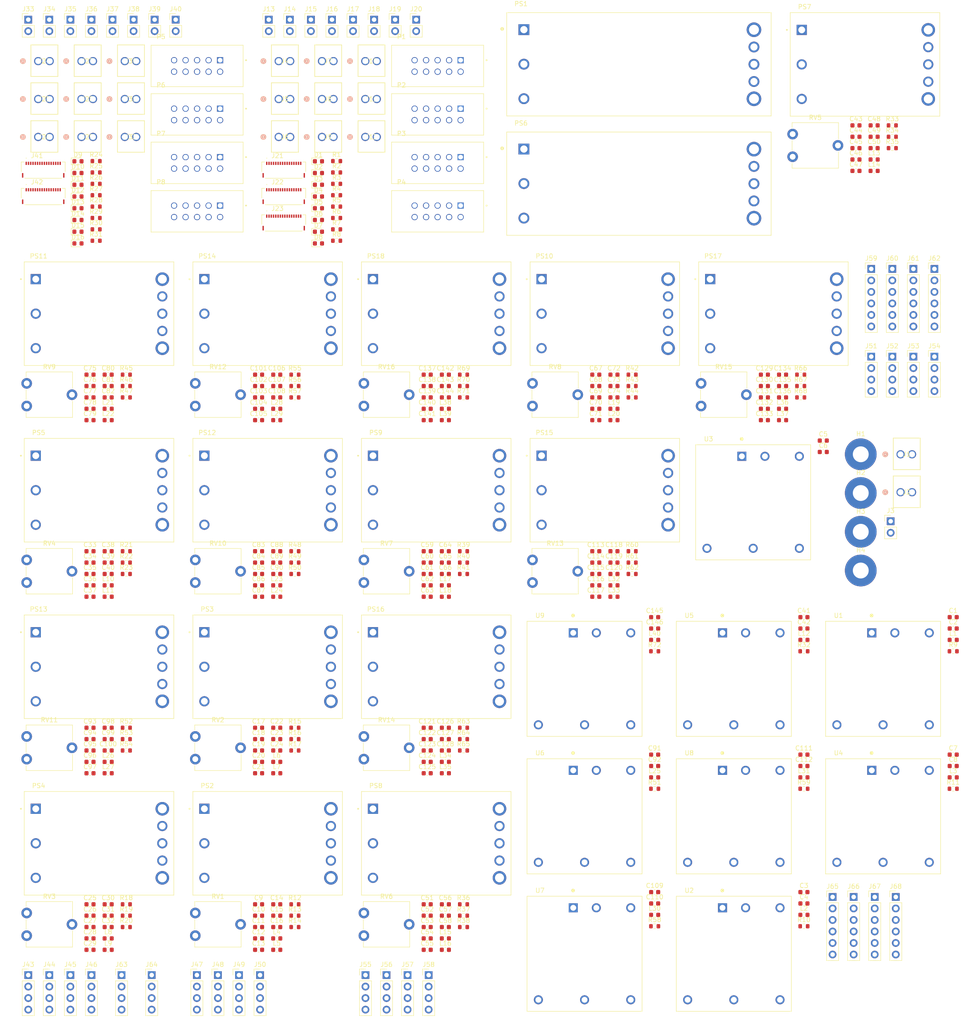
<source format=kicad_pcb>
(kicad_pcb (version 20221018) (generator pcbnew)
  (layers (0 "F.Cu" signal) (31 "B.Cu" signal) (34 "B.Paste" user) (35 "F.Paste" user) (36 "B.SilkS" user "B.Silkscreen") (37 "F.SilkS" user "F.Silkscreen") (38 "B.Mask" user) (39 "F.Mask" user) (44 "Edge.Cuts" user))
  (net 0 "")
  (net 1 "48V")
  (net 2 "GND")
  (net 3 "Net-(U1-+VIN)")
  (net 4 "Net-(U2-+VIN)")
  (net 5 "Net-(U4-+VIN)")
  (net 6 "Net-(PS2-VIN)")
  (net 7 "Net-(PS2-GND)")
  (net 8 "Net-(PS3-VIN)")
  (net 9 "Net-(PS3-GND)")
  (net 10 "Net-(PS4-VIN)")
  (net 11 "Net-(PS4-GND)")
  (net 12 "Net-(PS5-VIN)")
  (net 13 "Net-(PS5-GND)")
  (net 14 "Net-(PS7-VIN)")
  (net 15 "Net-(PS7-GND)")
  (net 16 "Net-(PS9-VIN)")
  (net 17 "Net-(PS11-VIN)")
  (net 18 "Net-(PS11-GND)")
  (net 19 "Net-(PS12-VIN)")
  (net 20 "Net-(PS12-GND)")
  (net 21 "Net-(PS13-VIN)")
  (net 22 "Net-(PS13-GND)")
  (net 23 "Net-(PS14-VIN)")
  (net 24 "Net-(PS15-VIN)")
  (net 25 "Net-(PS15-GND)")
  (net 26 "Net-(PS16-VIN)")
  (net 27 "Net-(PS16-GND)")
  (net 28 "Net-(PS17-VIN)")
  (net 29 "Net-(PS17-GND)")
  (net 30 "Net-(PS18-VIN)")
  (net 31 "Net-(PS18-GND)")
  (net 32 "/TxRFswMUXv1 board/+5V_1")
  (net 33 "/TxRFswMUXv1 board/+5V_2")
  (net 34 "/TxRFswMUXv1 board/+5V_3")
  (net 35 "/TxRFswMUXv1 board/+5V_4")
  (net 36 "/TxRFswMUXv1 board/EN_12V_FROM_5V")
  (net 37 "/TxRFswMUXv1 board/P1.1_VCTL2_SW1")
  (net 38 "/TxRFswMUXv1 board/P1.2_VCTL2_SW2")
  (net 39 "/TxRFswMUXv1 board/P1.3_VCTL1")
  (net 40 "/TxRFswMUXv1 board/P2.1_VCTL2_SW1")
  (net 41 "/TxRFswMUXv1 board/P2.3_VCTL1")
  (net 42 "/TxRFswMUXv1 board/P3.1_VCTL2_SW1")
  (net 43 "/TxRFswMUXv1 board/P3.3_VCTL1")
  (net 44 "/TxRFswMUXv1 board/P4.1_VCTL2_SW1")
  (net 45 "/TxRFswMUXv1 board/P4.3_VCTL1")
  (net 46 "/TxRFswMUXv1 board/TxPA1_5V_CTL")
  (net 47 "/TxRFswMUXv1 board/TxPA2_5V_CTL")
  (net 48 "/TxRFswMUXv1 board/TxPA3_5V_CTL")
  (net 49 "/TxRFswMUXv1 board/TxPA4_5V_CTL")
  (net 52 "/TxRFswMUXv1 board/TxPA1_8V_CTL")
  (net 53 "/TxRFswMUXv1 board/TxPA2_8V_CTL")
  (net 54 "/TxRFswMUXv1 board/TxPA3_8V_CTL")
  (net 55 "/TxRFswMUXv1 board/TxPA4_8V_CTL")
  (net 74 "/RxRFswMUXv1 board/EN_12V_FROM_5V")
  (net 75 "/RxRFswMUXv1 board/P1.1_VCTL2_SW1")
  (net 76 "/RxRFswMUXv1 board/P1.2_VCTL2_SW2")
  (net 77 "/RxRFswMUXv1 board/P1.3_VCTL1")
  (net 78 "/RxRFswMUXv1 board/P2.1_VCTL2_SW1")
  (net 79 "/RxRFswMUXv1 board/P2.3_VCTL1")
  (net 80 "/RxRFswMUXv1 board/P3.1_VCTL2_SW1")
  (net 81 "/RxRFswMUXv1 board/P3.3_VCTL1")
  (net 82 "/RxRFswMUXv1 board/P4.1_VCTL2_SW1")
  (net 83 "/RxRFswMUXv1 board/P4.3_VCTL1")
  (net 84 "+3.3V")
  (net 117 "+12V")
  (net 121 "Net-(PS2-TRIM)")
  (net 122 "Net-(PS3-TRIM)")
  (net 123 "Net-(PS4-TRIM)")
  (net 124 "Net-(PS5-TRIM)")
  (net 125 "Net-(PS7-TRIM)")
  (net 126 "Net-(PS11-TRIM)")
  (net 127 "Net-(PS12-TRIM)")
  (net 128 "Net-(PS13-TRIM)")
  (net 129 "Net-(PS15-TRIM)")
  (net 130 "Net-(PS16-TRIM)")
  (net 131 "Net-(PS17-TRIM)")
  (net 132 "Net-(PS18-TRIM)")
  (net 134 "/EN_3.3V_FROM_5V")
  (net 135 "Net-(U5-+VIN)")
  (net 136 "Net-(U7-+VIN)")
  (net 137 "Net-(PS9-GND)")
  (net 138 "Net-(PS10-VIN)")
  (net 139 "Net-(PS10-GND)")
  (net 140 "Net-(U8-+VIN)")
  (net 141 "Net-(PS14-GND)")
  (net 142 "Net-(U9-+VIN)")
  (net 143 "Net-(D1-K)")
  (net 144 "Net-(D2-K)")
  (net 145 "Net-(D3-K)")
  (net 146 "Net-(D4-K)")
  (net 147 "Net-(D5-K)")
  (net 148 "Net-(D6-K)")
  (net 149 "Net-(D7-K)")
  (net 150 "Net-(D8-K)")
  (net 151 "Net-(D9-K)")
  (net 152 "/RxRFswMUXv1 board/+5V_1")
  (net 153 "Net-(D10-K)")
  (net 154 "/RxRFswMUXv1 board/+5V_2")
  (net 155 "Net-(D11-K)")
  (net 156 "/RxRFswMUXv1 board/+5V_3")
  (net 157 "Net-(D12-K)")
  (net 158 "/RxRFswMUXv1 board/+5V_4")
  (net 159 "Net-(D13-K)")
  (net 160 "Net-(D14-K)")
  (net 161 "Net-(D15-K)")
  (net 162 "Net-(D16-K)")
  (net 163 "Net-(PS9-TRIM)")
  (net 164 "Net-(PS10-TRIM)")
  (net 165 "Net-(PS14-TRIM)")
  (net 166 "Net-(R12-Pad1)")
  (net 167 "Net-(R12-Pad2)")
  (net 168 "Net-(R15-Pad1)")
  (net 169 "Net-(R15-Pad2)")
  (net 170 "Net-(R18-Pad1)")
  (net 171 "Net-(R18-Pad2)")
  (net 172 "Net-(R21-Pad1)")
  (net 173 "Net-(R21-Pad2)")
  (net 174 "Net-(R33-Pad1)")
  (net 175 "Net-(R33-Pad2)")
  (net 176 "Net-(R36-Pad1)")
  (net 177 "Net-(R36-Pad2)")
  (net 178 "Net-(PS8-VIN)")
  (net 179 "Net-(PS8-GND)")
  (net 180 "Net-(U6-+VIN)")
  (net 181 "/RxRFswMUXv1 board/RxLNA1_5V_CTL")
  (net 182 "/RxRFswMUXv1 board/RxLNA2_5V_CTL")
  (net 183 "/RxRFswMUXv1 board/RxLNA3_5V_CTL")
  (net 184 "/RxRFswMUXv1 board/RxLNA4_5V_CTL")
  (net 187 "/RxRFswMUXv1 board/RxLNA1_8V_CTL")
  (net 188 "/RxRFswMUXv1 board/RxLNA2_8V_CTL")
  (net 189 "/RxRFswMUXv1 board/RxLNA3_8V_CTL")
  (net 190 "/RxRFswMUXv1 board/RxLNA4_8V_CTL")
  (net 196 "Net-(PS8-TRIM)")
  (net 197 "Net-(R39-Pad1)")
  (net 198 "Net-(R39-Pad2)")
  (net 199 "Net-(R42-Pad1)")
  (net 200 "Net-(R42-Pad2)")
  (net 201 "Net-(R45-Pad1)")
  (net 202 "Net-(R45-Pad2)")
  (net 203 "Net-(R48-Pad1)")
  (net 204 "Net-(R48-Pad2)")
  (net 205 "Net-(R52-Pad1)")
  (net 206 "Net-(R52-Pad2)")
  (net 207 "Net-(R55-Pad1)")
  (net 208 "Net-(R55-Pad2)")
  (net 209 "Net-(R60-Pad1)")
  (net 210 "Net-(R60-Pad2)")
  (net 211 "Net-(R63-Pad1)")
  (net 212 "Net-(R63-Pad2)")
  (net 213 "Net-(R66-Pad1)")
  (net 214 "Net-(R66-Pad2)")
  (net 215 "Net-(R69-Pad1)")
  (net 216 "Net-(R69-Pad2)")
  (net 217 "+48V")
  (net 218 "+5V")
  (net 219 "+24V")
  (net 220 "Net-(U1-TRIM)")
  (net 221 "Net-(U2-TRIM)")
  (net 222 "Net-(U4-TRIM)")
  (net 223 "Net-(U5-TRIM)")
  (net 224 "Net-(U6-TRIM)")
  (net 225 "Net-(U7-TRIM)")
  (net 226 "Net-(U8-TRIM)")
  (net 227 "Net-(U9-TRIM)")
  (net 236 "/TxRFswMUXv1 board/+8V_1")
  (net 237 "/TxRFswMUXv1 board/+8V_2")
  (net 238 "/TxRFswMUXv1 board/+8V_3")
  (net 239 "/TxRFswMUXv1 board/+8V_4")
  (net 240 "/RxRFswMUXv1 board/+8V_2")
  (net 241 "/RxRFswMUXv1 board/+8V_1")
  (net 242 "/RxRFswMUXv1 board/+8V_3")
  (net 243 "/RxRFswMUXv1 board/+8V_4")
  (net 244 "/TxBFN-16C/+6.5V_2")
  (net 245 "/TxBFN-16F/+6.5V_2")
  (net 246 "/RxBFN-16F/+6.5V_2")
  (net 247 "/RxBFN-16C/+6.5V_2")
  (net 248 "/TxBFN-16C/+6.5V_1")
  (net 249 "/TxBFN-16F/+6.5V_1")
  (net 250 "/RxBFN-16F/+6.5V_1")
  (net 251 "/RxBFN-16C/+6.5V_1")
  (net 252 "/TxBFN-16C/+6.5V_CTL_2")
  (net 253 "/TxBFN-16F/+6.5V_CTL_2")
  (net 254 "/RxBFN-16F/+6.5V_CTL_2")
  (net 255 "/RxBFN-16C/+6.5V_CTL_2")
  (net 256 "/TxBFN-16C/+6.5V_CTL_1")
  (net 257 "/TxBFN-16F/+6.5V_CTL_1")
  (net 258 "/RxBFN-16F/+6.5V_CTL_1")
  (net 259 "/RxBFN-16C/+6.5V_CTL_1")
  (net 260 "/Rx_AGC/+6.5V")
  (net 261 "/Tx_AGC/+6.5V")
  (footprint "Capacitor_SMD:C_0603_1608Metric" (layer "F.Cu") (at 97.25 227.495)
    (fp_text reference "C16")
    (fp_text value "330uf/63v")
  )
  (footprint "Capacitor_SMD:C_0603_1608Metric" (layer "F.Cu") (at 180.7 161.615)
    (fp_text reference "C146")
    (fp_text value "4.7uf/100v")
  )
  (footprint "Connector_PinHeader_2.54mm:PinHeader_1x06_P2.54mm_Vertical" (layer "F.Cu") (at 233.94 220.855)
    (fp_text reference "J68")
    (fp_text value "Conn_01x06_Pin")
  )
  (footprint "Capacitor_SMD:C_0603_1608Metric" (layer "F.Cu") (at 93.24 183.515)
    (fp_text reference "C17")
    (fp_text value "680uf/100v")
  )
  (footprint "Capacitor_SMD:C_0603_1608Metric" (layer "F.Cu") (at 225.15 55.605)
    (fp_text reference "C45")
    (fp_text value "4.7uf/100v")
  )
  (footprint "LED_SMD:LED_0603_1608Metric" (layer "F.Cu") (at 106.46 68.865)
    (fp_text reference "D5")
    (fp_text value "LED")
  )
  (footprint "BCRL_power_supply:CONN_OSTVN02A150_OST" (layer "F.Cu") (at 97.679724 53.132201)
    (fp_text reference "J6")
    (fp_text value "OSTVN02A150")
  )
  (footprint "MountingHole:MountingHole_3.5mm_Pad" (layer "F.Cu") (at 226.21 148.815)
    (fp_text reference "H4")
    (fp_text value "MountingHole")
  )
  (footprint "Connector_PinHeader_2.54mm:PinHeader_1x02_P2.54mm_Vertical" (layer "F.Cu") (at 114.09 27.245)
    (fp_text reference "J17")
    (fp_text value "Conn_01x02")
  )
  (footprint "Connector_PinHeader_2.54mm:PinHeader_1x04_P2.54mm_Vertical" (layer "F.Cu") (at 88.91 238.095)
    (fp_text reference "J49")
    (fp_text value "Conn_01x04_Pin")
  )
  (footprint "BCRL_power_supply:CONN_OSTVN02A150_OST" (layer "F.Cu") (at 54.129524 44.766201)
    (fp_text reference "J28")
    (fp_text value "OSTVN02A150")
  )
  (footprint "Connector_PinHeader_2.54mm:PinHeader_1x06_P2.54mm_Vertical" (layer "F.Cu") (at 237.83 82.255)
    (fp_text reference "J61")
    (fp_text value "Conn_01x06_Pin")
  )
  (footprint "Capacitor_SMD:C_0603_1608Metric" (layer "F.Cu") (at 56.01 105.595)
    (fp_text reference "C75")
    (fp_text value "680uf/100v")
  )
  (footprint "BCRL_power_supply:CONN_OSTVN02A150_OST" (layer "F.Cu") (at 97.679724 44.766201)
    (fp_text reference "J5")
    (fp_text value "OSTVN02A150")
  )
  (footprint "Resistor_SMD:R_0603_1608Metric" (layer "F.Cu") (at 110.47 65.995)
    (fp_text reference "R4")
    (fp_text value "1k")
  )
  (footprint "Capacitor_SMD:C_0603_1608Metric" (layer "F.Cu") (at 97.25 144.555)
    (fp_text reference "C88")
    (fp_text value "2.2nf/400vac")
  )
  (footprint "Capacitor_SMD:C_0603_1608Metric" (layer "F.Cu") (at 134.48 110.615)
    (fp_text reference "C144")
    (fp_text value "330uf/63v")
  )
  (footprint "Inductor_SMD:L_0603_1608Metric" (layer "F.Cu") (at 180.7 224.805)
    (fp_text reference "L30")
    (fp_text value "4.7uh/3.1a")
  )
  (footprint "Inductor_SMD:L_0603_1608Metric" (layer "F.Cu") (at 213.66 224.805)
    (fp_text reference "L2")
    (fp_text value "4.7uh/3.1a")
  )
  (footprint "BCRL_power_supply:CONN_OSTVN02A150_OST" (layer "F.Cu") (at 107.239524 36.400201)
    (fp_text reference "J7")
    (fp_text value "OSTVN02A150")
  )
  (footprint "BCRL_power_supply:CONV_PDQ10-Q48-S3-D" (layer "F.Cu") (at 202.45 133.76)
    (fp_text reference "U3")
    (fp_text value "PDQ10-Q48-S3-D")
  )
  (footprint "Inductor_SMD:L_0603_1608Metric" (layer "F.Cu") (at 97.25 193.555)
    (fp_text reference "L7")
    (fp_text value "2.2mh")
  )
  (footprint "Connector_PinHeader_2.54mm:PinHeader_1x02_P2.54mm_Vertical" (layer "F.Cu") (at 95.49 27.245)
    (fp_text reference "J13")
    (fp_text value "Conn_01x02")
  )
  (footprint "Capacitor_SMD:C_0603_1608Metric" (layer "F.Cu") (at 97.25 149.575)
    (fp_text reference "C90")
    (fp_text value "330uf/63v")
  )
  (footprint "Capacitor_SMD:C_0603_1608Metric" (layer "F.Cu") (at 246.62 191.955)
    (fp_text reference "C8")
    (fp_text value "4.7uf/100v")
  )
  (footprint "Connector_PinHeader_2.54mm:PinHeader_1x06_P2.54mm_Vertical" (layer "F.Cu") (at 219.99 220.855)
    (fp_text reference "J65")
    (fp_text value "Conn_01x06_Pin")
  )
  (footprint "Connector_PinHeader_2.54mm:PinHeader_1x02_P2.54mm_Vertical" (layer "F.Cu") (at 128.04 27.245)
    (fp_text reference "J20")
    (fp_text value "Conn_01x02")
  )
  (footprint "BCRL_power_supply:CONN_OSTVN02A150_OST" (layer "F.Cu") (at 44.569724 44.766201)
    (fp_text reference "J25")
    (fp_text value "OSTVN02A150")
  )
  (footprint "Capacitor_SMD:C_0603_1608Metric" (layer "F.Cu") (at 93.24 224.985)
    (fp_text reference "C10")
    (fp_text value "4.7uf/100v")
  )
  (footprint "Capacitor_SMD:C_0603_1608Metric" (layer "F.Cu") (at 93.24 191.045)
    (fp_text reference "C20")
    (fp_text value "4.7uf/100v")
  )
  (footprint "Capacitor_SMD:C_0603_1608Metric" (layer "F.Cu") (at 56.01 224.985)
    (fp_text reference "C26")
    (fp_text value "4.7uf/100v")
  )
  (footprint "Resistor_SMD:R_0603_1608Metric" (layer "F.Cu") (at 64.03 222.475)
    (fp_text reference "R18")
    (fp_text value "R")
  )
  (footprint "Capacitor_SMD:C_0603_1608Metric" (layer "F.Cu") (at 93.24 147.065)
    (fp_text reference "C84")
    (fp_text value "4.7uf/100v")
  )
  (footprint "Resistor_SMD:R_0603_1608Metric" (layer "F.Cu") (at 64.03 110.615)
    (fp_text reference "R47")
    (fp_text value "R")
  )
  (footprint "Capacitor_SMD:C_0603_1608Metric" (layer "F.Cu") (at 134.48 188.535)
    (fp_text reference "C128")
    (fp_text value "330uf/63v")
  )
  (footprint "Connector_PinHeader_2.54mm:PinHeader_1x02_P2.54mm_Vertical" (layer "F.Cu") (at 70.28 27.245)
    (fp_text reference "J39")
    (fp_text value "Conn_01x02")
  )
  (footprint "Capacitor_SMD:C_0603_1608Metric" (layer "F.Cu") (at 208.94 108.105)
    (fp_text reference "C135")
    (fp_text value "2.2nf/400vac")
  )
  (footprint "Inductor_SMD:L_0603_1608Metric" (layer "F.Cu") (at 97.25 232.515)
    (fp_text reference "L5")
    (fp_text value "2.2mh")
  )
  (footprint "Resistor_SMD:R_0603_1608Metric" (layer "F.Cu") (at 175.72 149.575)
    (fp_text reference "R62")
    (fp_text value "R")
  )
  (footprint "Capacitor_SMD:C_0603_1608Metric" (layer "F.Cu") (at 93.24 113.125)
    (fp_text reference "C104")
    (fp_text value "4.7uf/100v")
  )
  (footprint "Capacitor_SMD:C_0603_1608Metric" (layer "F.Cu") (at 167.7 152.085)
    (fp_text reference "C116")
    (fp_text value "4.7uf/100v")
  )
  (footprint "Capacitor_SMD:C_0603_1608Metric" (layer "F.Cu") (at 204.93 105.595)
    (fp_text reference "C129")
    (fp_text value "680uf/100v")
  )
  (footprint "Capacitor_SMD:C_0603_1608Metric" (layer "F.Cu") (at 167.7 115.635)
    (fp_text reference "C71")
    (fp_text value "4.7uf/100v")
  )
  (footprint "Resistor_SMD:R_0603_1608Metric" (layer "F.Cu") (at 246.62 166.635)
    (fp_text reference "R9")
    (fp_text value "3.4k")
  )
  (footprint "Capacitor_SMD:C_0603_1608Metric" (layer "F.Cu") (at 56.01 149.575)
    (fp_text reference "C35")
    (fp_text value "4.7uf/100v")
  )
  (footprint "Connector_PinHeader_2.54mm:PinHeader_1x04_P2.54mm_Vertical" (layer "F.Cu") (at 62.98 238.095)
    (fp_text reference "J63")
    (fp_text value "Conn_01x04_Pin")
  )
  (footprint "Capacitor_SMD:C_0603_1608Metric" (layer "F.Cu") (at 60.02 110.615)
    (fp_text reference "C82")
    (fp_text value "330uf/63v")
  )
  (footprint "Inductor_SMD:L_0603_1608Metric" (layer "F.Cu") (at 134.48 154.595)
    (fp_text reference "L18")
    (fp_text value "2.2mh")
  )
  (footprint "Capacitor_SMD:C_0603_1608Metric" (layer "F.Cu") (at 130.47 191.045)
    (fp_text reference "C124")
    (fp_text value "4.7uf/100v")
  )
  (footprint "Resistor_SMD:R_0603_1608Metric" (layer "F.Cu") (at 57.36 60.975)
    (fp_text reference "R25")
    (fp_text value "1k")
  )
  (footprint "BCRL_power_supply:CONV_PDQ10-Q48-S5-D" (layer "F.Cu") (at 165.22 172.72)
    (fp_text reference "U9")
    (fp_text value "PDQ10-Q48-S5-D")
  )
  (footprint "Resistor_SMD:R_0603_1608Metric" (layer "F.Cu") (at 101.26 186.025)
    (fp_text reference "R16")
    (fp_text value "R")
  )
  (footprint "Connector_PinHeader_2.54mm:PinHeader_1x04_P2.54mm_Vertical" (layer "F.Cu") (at 51.68 238.095)
    (fp_text reference "J45")
    (fp_text value "Conn_01x04_Pin")
  )
  (footprint "Resistor_SMD:R_0603_1608Metric" (layer "F.Cu") (at 110.47 68.505)
    (fp_text reference "R5")
    (fp_text value "1k")
  )
  (footprint "Connector_PinHeader_2.54mm:PinHeader_1x02_P2.54mm_Vertical" (layer "F.Cu") (at 60.98 27.245)
    (fp_text reference "J37")
    (fp_text value "Conn_01x02")
  )
  (footprint "Capacitor_SMD:C_0603_1608Metric" (layer "F.Cu") (at 130.47 188.535)
    (fp_text reference "C123")
    (fp_text value "4.7uf/100v")
  )
  (footprint "LED_SMD:LED_0603_1608Metric" (layer "F.Cu") (at 53.35 58.505)
    (fp_text reference "D9")
    (fp_text value "LED")
  )
  (footprint "Resistor_SMD:R_0603_1608Metric" (layer "F.Cu") (at 246.62 196.975)
    (fp_text reference "R11")
    (fp_text value "3.4k")
  )
  (footprint "Inductor_SMD:L_0603_1608Metric" (layer "F.Cu") (at 60.02 113.125)
    (fp_text reference "L21")
    (fp_text value "2.2mh")
  )
  (footprint "BCRL_power_supply:CONV_PQC50-48-S5-O" (layer "F.Cu") (at 206.925 92.135)
    (fp_text reference "PS17")
    (fp_text value "PQC50-48-S5-O")
  )
  (footprint "Capacitor_SMD:C_0603_1608Metric" (layer "F.Cu") (at 130.47 186.025)
    (fp_text reference "C122")
    (fp_text value "4.7uf/100v")
  )
  (footprint "BCRL_power_supply:TE_5104338-1" (layer "F.Cu") (at 84.74 46.891)
    (fp_text reference "P6")
    (fp_text value "5104338-1")
  )
  (footprint "Connector_PinHeader_2.54mm:PinHeader_1x04_P2.54mm_Vertical" (layer "F.Cu") (at 42.38 238.095)
    (fp_text reference "J43")
    (fp_text value "Conn_01x04_Pin")
  )
  (footprint "Inductor_SMD:L_0603_1608Metric" (layer "F.Cu") (at 171.71 154.595)
    (fp_text reference "L33")
    (fp_text value "2.2mh")
  )
  (footprint "Inductor_SMD:L_0603_1608Metric" (layer "F.Cu") (at 60.02 154.595)
    (fp_text reference "L11")
    (fp_text value "2.2mh")
  )
  (footprint "Capacitor_SMD:C_0603_1608Metric" (layer "F.Cu") (at 60.02 227.495)
    (fp_text reference "C32")
    (fp_text value "330uf/63v")
  )
  (footprint "BCRL_power_supply:CONV_PDQ10-Q48-S5-D" (layer "F.Cu") (at 165.22 233.4)
    (fp_text reference "U7")
    (fp_text value "PDQ10-Q48-S5-D")
  )
  (footprint "BCRL_power_supply:CONV_PQC50-48-S5-O" (layer "F.Cu") (at 132.465 131.095)
    (fp_text reference "PS9")
    (fp_text value "PQC50-48-S5-O")
  )
  (footprint "Capacitor_SMD:C_0603_1608Metric" (layer "F.Cu") (at 180.7 189.445)
    (fp_text reference "C91")
    (fp_text value "4.7uf/100v")
  )
  (footprint "Potentiometer_THT:Potentiometer_ACP_CA9-V10_Vertical" (layer "F.Cu") (at 153.72 151.475)
    (fp_text reference "RV13")
    (fp_text value "R_Potentiometer_Trim")
  )
  (footprint "Inductor_SMD:L_0603_1608Metric" (layer "F.Cu") (at 97.25 152.085)
    (fp_text reference "L23")
    (fp_text value "2.2mh")
  )
  (footprint "Capacitor_SMD:C_0603_1608Metric" (layer "F.Cu") (at 93.24 154.595)
    (fp_text reference "C87")
    (fp_text value "4.7uf/100v")
  )
  (footprint "Capacitor_SMD:C_0603_1608Metric" (layer "F.Cu") (at 93.24 193.555)
    (fp_text reference "C21")
    (fp_text value "4.7uf/100v")
  )
  (footprint "Inductor_SMD:L_0603_1608Metric" (layer "F.Cu") (at 134.48 193.555)
    (fp_text reference "L35")
    (fp_text value "2.2mh")
  )
  (footprint "Capacitor_SMD:C_0603_1608Metric" (layer "F.Cu") (at 130.47 227.495)
    (fp_text reference "C53")
    (fp_text value "4.7uf/100v")
  )
  (footprint "BCRL_power_supply:CONV_PDQ10-Q48-S5-D" (layer "F.Cu") (at 231.14 172.72)
    (fp_text reference "U1")
    (fp_text value "PDQ10-Q48-S5-D")
  )
  (footprint "Inductor_SMD:L_0603_1608Metric" (layer "F.Cu") (at 213.66 164.125)
    (fp_text reference "L12")
    (fp_text value "4.7uh/3.1a")
  )
  (footprint "Capacitor_SMD:C_0603_1608Metric" (layer "F.Cu") (at 130.47 144.555)
    (fp_text reference "C59")
    (fp_text value "680uf/100v")
  )
  (footprint "LED_SMD:LED_0603_1608Metric" (layer "F.Cu") (at 53.35 63.685)
    (fp_text reference "D11")
    (fp_text value "LED")
  )
  (footprint "Inductor_SMD:L_0603_1608Metric" (layer "F.Cu") (at 97.25 230.005)
    (fp_text reference "L4")
    (fp_text value "2.2mh")
  )
  (footprint "BCRL_power_supply:CONV_PQC50-48-S5-O" (layer "F.Cu") (at 95.235 92.135)
    (fp_text reference "PS14")
    (fp_text value "PQC50-48-S5-O")
  )
  (footprint "Capacitor_SMD:C_0603_1608Metric" (layer "F.Cu") (at 60.02 188.535)
    (fp_text reference "C100")
    (fp_text value "330uf/63v")
  )
  (footprint "Potentiometer_THT:Potentiometer_ACP_CA9-V10_Vertical" (layer "F.Cu") (at 79.26 151.475)
    (fp_text reference "RV10")
    (fp_text value "R_Potentiometer_Trim")
  )
  (footprint "Capacitor_SMD:C_0603_1608Metric" (layer "F.Cu") (at 246.62 189.445)
    (fp_text reference "C7")
    (fp_text value "4.7uf/100v")
  )
  (footprint "Inductor_SMD:L_0603_1608Metric" (layer "F.Cu") (at 246.62 164.125)
    (fp_text reference "L1")
    (fp_text value "4.7uh/3.1a")
  )
  (footprint "BCRL_power_supply:CONV_PQC50-48-S5-O" (layer "F.Cu") (at 132.465 170.055)
    (fp_text reference "PS16")
    (fp_text value "PQC50-48-S5-O")
  )
  (footprint "Connector_PinHeader_2.54mm:PinHeader_1x06_P2.54mm_Vertical" (layer "F.Cu") (at 229.29 220.855)
    (fp_text reference "J67")
    (fp_text value "Conn_01x06_Pin")
  )
  (footprint "Capacitor_SMD:C_0603_1608Metric" (layer "F.Cu") (at 171.71 149.575)
    (fp_text reference "C120")
    (fp_text value "330uf/63v")
  )
  (footprint "Potentiometer_THT:Potentiometer_ACP_CA9-V10_Vertical" (layer "F.Cu") (at 190.95 112.515)
    (fp_text reference "RV15")
    (fp_text value "R_Potentiometer_Trim")
  )
  (footprint "Capacitor_SMD:C_0603_1608Metric" (layer "F.Cu") (at 56.01 108.105)
    (fp_text reference "C76")
    (fp_text value "4.7uf/100v")
  )
  (footprint "Capacitor_SMD:C_0603_1608Metric" (layer "F.Cu") (at 56.01 188.535)
    (fp_text reference "C95")
    (fp_text value "4.7uf/100v")
  )
  (footprint "Capacitor_SMD:C_0603_1608Metric" (layer "F.Cu") (at 60.02 186.025)
    (fp_text reference "C99")
    (fp_text value "2.2nf/400vac")
  )
  (footprint "Resistor_SMD:R_0603_1608Metric" (layer "F.Cu") (at 180.7 166.635)
    (fp_text reference "R72")
    (fp_text value "3.4k")
  )
  (footprint "Resistor_SMD:R_0603_1608Metric" (layer "F.Cu") (at 57.36 58.465)
    (fp_text reference "R24")
    (fp_text value "1k")
  )
  (footprint "Capacitor_SMD:C_0603_1608Metric" (layer "F.Cu") (at 93.24 222.475)
    (fp_text reference "C9")
    (fp_text value "680uf/100v")
  )
  (footprint "Capacitor_SMD:C_0603_1608Metric" (layer "F.Cu") (at 167.7 147.065)
    (fp_text reference "C114")
    (fp_text value "4.7uf/100v")
  )
  (footprint "BCRL_power_supply:CONN_OSTVN02A150_OST" (layer "F.Cu") (at 116.799324 53.132201)
    (fp_text reference "J12")
    (fp_text value "OSTVN02A150")
  )
  (footprint "Connector_PinHeader_2.54mm:PinHeader_1x02_P2.54mm_Vertical" (layer "F.Cu") (at 51.68 27.245)
    (fp_text reference "J35")
    (fp_text value "Conn_01x02")
  )
  (footprint "Resistor_SMD:R_0603_1608Metric" (layer "F.Cu") (at 57.36 63.485)
    (fp_text reference "R26")
    (fp_text value "1k")
  )
  (footprint "Capacitor_SMD:C_0603_1608Metric" (layer "F.Cu") (at 60.02 183.515)
    (fp_text reference "C98")
    (fp_text value "2.2nf/400vac")
  )
  (footprint "Capacitor_SMD:C_0603_1608Metric" (layer "F.Cu") (at 97.25 222.475)
    (fp_text reference "C14")
    (fp_text value "2.2nf/400vac")
  )
  (footprint "Connector_PinHeader_2.54mm:PinHeader_1x04_P2.54mm_Vertical" (layer "F.Cu") (at 69.63 238.095)
    (fp_text reference "J64")
    (fp_text value "Conn_01x04_Pin")
  )
  (footprint "Inductor_SMD:L_0603_1608Metric" (layer "F.Cu") (at 229.16 60.625)
    (fp_text reference "L14")
    (fp_text value "2.2mh")
  )
  (footprint "Connector_PinHeader_2.54mm:PinHeader_1x04_P2.54mm_Vertical" (layer "F.Cu") (at 79.61 238.095)
    (fp_text reference "J47")
    (fp_text value "Conn_01x04_Pin")
  )
  (footprint "Resistor_SMD:R_0603_1608Metric" (layer "F.Cu") (at 64.03 144.555)
    (fp_text reference "R21")
    (fp_text value "R")
  )
  (footprint "Resistor_SMD:R_0603_1608Metric" (layer "F.Cu") (at 64.03 183.515)
    (fp_text reference "R52")
    (fp_text value "R")
  )
  (footprint "Capacitor_SMD:C_0603_1608Metric" (layer "F.Cu") (at 93.24 105.595)
    (fp_text reference "C101")
    (fp_text value "680uf/100v")
  )
  (footprint "Resistor_SMD:R_0603_1608Metric" (layer "F.Cu") (at 138.49 183.515)
    (fp_text reference "R63")
    (fp_text value "R")
  )
  (footprint "Potentiometer_THT:Potentiometer_ACP_CA9-V10_Vertical" (layer "F.Cu") (at 116.49 190.435)
    (fp_text reference "RV14")
    (fp_text value "R_Potentiometer_Trim")
  )
  (footprint "BCRL_power_supply:CONN_OSTVN02A150_OST" (layer "F.Cu") (at 97.679724 36.400201)
    (fp_text reference "J4")
    (fp_text value "OSTVN02A150")
  )
  (footprint "Capacitor_SMD:C_0603_1608Metric" (layer "F.Cu") (at 134.48 149.575)
    (fp_text reference "C66")
    (fp_text value "330uf/63v")
  )
  (footprint "Capacitor_SMD:C_0603_1608Metric" (layer "F.Cu") (at 93.24 188.535)
    (fp_text reference "C19")
    (fp_text value "4.7uf/100v")
  )
  (footprint "Inductor_SMD:L_0603_1608Metric" (layer "F.Cu") (at 171.71 115.635)
    (fp_text reference "L20")
    (fp_text value "2.2mh")
  )
  (footprint "Potentiometer_THT:Potentiometer_ACP_CA9-V10_Vertical" (layer "F.Cu") (at 211.17 57.505)
    (fp_text reference "RV5")
    (fp_text value "R_Potentiometer_Trim")
  )
  (footprint "Inductor_SMD:L_0603_1608Metric" (layer "F.Cu") (at 180.7 164.125)
    (fp_text reference "L40")
    (fp_text value "4.7uh/3.1a")
  )
  (footprint "Capacitor_SMD:C_0603_1608Metric" (layer "F.Cu") (at 134.48 108.105)
    (fp_text reference "C143")
    (fp_text value "2.2nf/400vac")
  )
  (footprint "Capacitor_SMD:C_0603_1608Metric" (layer "F.Cu") (at 204.93 113.125)
    (fp_text reference "C132")
    (fp_text value "4.7uf/100v")
  )
  (footprint "Capacitor_SMD:C_0603_1608Metric" (layer "F.Cu") (at 225.15 50.585)
    (fp_text reference "C43")
    (fp_text value "680uf/100v")
  )
  (footprint "Resistor_SMD:R_0603_1608Metric" (layer "F.Cu") (at 212.95 105.595)
    (fp_text reference "R66")
    (fp_text value "R")
  )
  (footprint "LED_SMD:LED_0603_1608Metric" (layer "F.Cu") (at 106.46 76.635)
    (fp_text reference "D8")
    (fp_text value "LED")
  )
  (footprint "Resistor_SMD:R_0603_1608Metric" (layer "F.Cu") (at 101.26 183.515)
    (fp_text reference "R15")
    (fp_text value "R")
  )
  (footprint "Capacitor_SMD:C_0603_1608Metric" (layer "F.Cu") (at 93.24 144.555)
    (fp_text reference "C83")
    (fp_text value "680uf/100v")
  )
  (footprint "BCRL_power_supply:MOLEX_5034801600" (layer "F.Cu") (at 98.79 66.185)
    (fp_text reference "J22")
    (fp_text value "5034801600")
  )
  (footprint "Inductor_SMD:L_0603_1608Metric" (layer "F.Cu") (at 60.02 193.555)
    (fp_text reference "L27")
    (fp_text value "2.2mh")
  )
  (footprint "Resistor_SMD:R_0603_1608Metric" (layer "F.Cu") (at 64.03 227.495)
    (fp_text reference "R20")
    (fp_text value "R")
  )
  (footprint "Capacitor_SMD:C_0603_1608Metric" (layer "F.Cu") (at 93.24 149.575)
    (fp_text reference "C85")
    (fp_text value "4.7uf/100v")
  )
  (footprint "Resistor_SMD:R_0603_1608Metric" (layer "F.Cu") (at 138.49 144.555)
    (fp_text reference "R39")
    (fp_text value "R")
  )
  (footprint "Connector_PinHeader_2.54mm:PinHeader_1x02_P2.54mm_Vertical" (layer "F.Cu") (at 104.79 27.245)
    (fp_text reference "J15")
    (fp_text value "Conn_01x02")
  )
  (footprint "BCRL_power_supply:CONN_OSTVN02A150_OST" (layer "F.Cu") (at 107.239524 44.766201)
    (fp_text reference "J8")
    (fp_text value "OSTVN02A150")
  )
  (footprint "Inductor_SMD:L_0603_1608Metric" (layer "F.Cu") (at 97.25 115.635)
    (fp_text reference "L29")
    (fp_text value "2.2mh")
  )
  (footprint "Resistor_SMD:R_0603_1608Metric" (layer "F.Cu") (at 138.49 108.105)
    (fp_text reference "R70")
    (fp_text value "R")
  )
  (footprint "Capacitor_SMD:C_0603_1608Metric" (layer "F.Cu") (at 229.16 55.605)
    (fp_text reference "C50")
    (fp_text value "330uf/63v")
  )
  (footprint "Resistor_SMD:R_0603_1608Metric" (layer "F.Cu") (at 64.03 188.535)
    (fp_text reference "R54")
    (fp_text value "R")
  )
  (footprint "Capacitor_SMD:C_0603_1608Metric" (layer "F.Cu") (at 56.01 113.125)
    (fp_text reference "C78")
    (fp_text value "4.7uf/100v")
  )
  (footprint "BCRL_power_supply:CONN_OSTVN02A150_OST" (layer "F.Cu") (at 234.999724 131.536201)
    (fp_text reference "J2")
    (fp_text value "OSTVN02A150")
  )
  (footprint "Resistor_SMD:R_0603_1608Metric" (layer "F.Cu") (at 101.26 188.535)
    (fp_text reference "R17")
    (fp_text value "R")
  )
  (footprint "Resistor_SMD:R_0603_1608Metric" (layer "F.Cu") (at 57.36 68.505)
    (fp_text reference "R28")
    (fp_text value "1k")
  )
  (footprint "Capacitor_SMD:C_0603_1608Metric" (layer "F.Cu") (at 60.02 108.105)
    (fp_text reference "C81")
    (fp_text value "2.2nf/400vac")
  )
  (footprint "BCRL_power_supply:CONV_PQC50-48-S5-O" (layer "F.Cu") (at 95.235 209.015)
    (fp_text reference "PS2")
    (fp_text value "PQC50-48-S5-O")
  )
  (footprint "Capacitor_SMD:C_0603_1608Metric" (layer "F.Cu") (at 56.01 191.045)
    (fp_text reference "C96")
    (fp_text value "4.7uf/100v")
  )
  (footprint "Resistor_SMD:R_0603_1608Metric" (layer "F.Cu") (at 233.17 55.605)
    (fp_text reference "R35")
    (fp_text value "R")
  )
  (footprint "Capacitor_SMD:C_0603_1608Metric" (layer "F.Cu") (at 130.47 224.985)
    (fp_text reference "C52")
    (fp_text value "4.7uf/100v")
  )
  (footprint "Connector_PinHeader_2.54mm:PinHeader_1x02_P2.54mm_Vertical" (layer "F.Cu") (at 56.33 27.245)
    (fp_text reference "J36")
    (fp_text value "Conn_01x02")
  )
  (footprint "Capacitor_SMD:C_0603_1608Metric" (layer "F.Cu") (at 213.66 219.785)
    (fp_text reference "C3")
    (fp_text value "4.7uf/100v")
  )
  (footprint "Connector_PinHeader_2.54mm:PinHeader_1x04_P2.54mm_Vertical" (layer "F.Cu") (at 228.53 101.605)
    (fp_text reference "J51")
    (fp_text value "Conn_01x04_Pin")
  )
  (footprint "Resistor_SMD:R_0603_1608Metric" (layer "F.Cu") (at 101.26 144.555)
    (fp_text reference "R48")
    (fp_text value "R")
  )
  (footprint "Potentiometer_THT:Potentiometer_ACP_CA9-V10_Vertical" (layer "F.Cu") (at 79.26 112.515)
    (fp_text reference "RV12")
    (fp_text value "R_Potentiometer_Trim")
  )
  (footprint "Capacitor_SMD:C_0603_1608Metric" (layer "F.Cu") (at 56.01 152.085)
    (fp_text reference "C36")
    (fp_text value "4.7uf/100v")
  )
  (footprint "Capacitor_SMD:C_0603_1608Metric" (layer "F.Cu") (at 204.93 110.615)
    (fp_text reference "C131")
    (fp_text value "4.7uf/100v")
  )
  (footprint "Capacitor_SMD:C_0603_1608Metric" (layer "F.Cu") (at 56.01 232.515)
    (fp_text reference "C29")
    (fp_text value "4.7uf/100v")
  )
  (footprint "BCRL_power_supply:CONN_OSTVN02A150_OST" (layer "F.Cu") (at 116.799324 44.766201)
    (fp_text reference "J11")
    (fp_text value "OSTVN02A150")
  )
  (footprint "Connector_PinHeader_2.54mm:PinHeader_1x02_P2.54mm_Vertical" (layer "F.Cu") (at 47.03 27.245)
    (fp_text reference "J34")
    (fp_text value "Conn_01x02")
  )
  (footprint "Capacitor_SMD:C_0603_1608Metric" (layer "F.Cu") (at 225.15 58.115)
    (fp_text reference "C46")
    (fp_text value "4.7uf/100v")
  )
  (footprint "Connector_PinHeader_2.54mm:PinHeader_1x04_P2.54mm_Vertical" (layer "F.Cu") (at 47.03 238.095)
    (fp_text reference "J44")
    (fp_text value "Conn_01x04_Pin")
  )
  (footprint "BCRL_power_supply:CONN_OSTVN02A150_OST" (layer "F.Cu") (at 63.689324 53.132201)
    (fp_text reference "J32")
    (fp_text value "OSTVN02A150")
  )
  (footprint "MountingHole:MountingHole_3.5mm_Pad" (layer "F.Cu") (at 226.21 123.165)
    (fp_text reference "H1")
    (fp_text value "MountingHole")
  )
  (footprint "Capacitor_SMD:C_0603_1608Metric" (layer "F.Cu") (at 130.47 232.515)
    (fp_text reference "C55")
    (fp_text value "4.7uf/100v")
  )
  (footprint "Inductor_SMD:L_0603_1608Metric" (layer "F.Cu") (at 134.48 113.125)
    (fp_text reference "L38")
    (fp_text value "2.2mh")
  )
  (footprint "Resistor_SMD:R_0603_1608Metric" (layer "F.Cu") (at 64.03 105.595)
    (fp_text reference "R45")
    (fp_text value "R")
  )
  (footprint "BCRL_power_supply:CONV_PDQ10-Q48-S5-D" (layer "F.Cu") (at 198.18 172.72)
    (fp_text reference "U5")
    (fp_text value "PDQ10-Q48-S5-D")
  )
  (footprint "LED_SMD:LED_0603_1608Metric" (layer "F.Cu") (at 53.35 74.045)
    (fp_text reference "D15")
    (fp_text value "LED")
  )
  (footprint "BCRL_power_supply:MOLEX_5034801600" (layer "F.Cu") (at 98.79 60.36)
    (fp_text reference "J21")
    (fp_text value "5034801600")
  )
  (footprint "Capacitor_SMD:C_0603_1608Metric" (layer "F.Cu") (at 130.47 108.105)
    (fp_text reference "C138")
    (fp_text value "4.7uf/100v")
  )
  (footprint "Connector_PinHeader_2.54mm:PinHeader_1x04_P2.54mm_Vertical" (layer "F.Cu") (at 93.56 238.095)
    (fp_text reference "J50")
    (fp_text value "Conn_01x04_Pin")
  )
  (footprint "Resistor_SMD:R_0603_1608Metric" (layer "F.Cu") (at 101.26 227.495)
    (fp_text reference "R14")
    (fp_text value "R")
  )
  (footprint "Inductor_SMD:L_0603_1608Metric" (layer "F.Cu") (at 180.7 194.465)
    (fp_text reference "L25")
    (fp_text value "4.7uh/3.1a")
  )
  (footprint "Connector_PinHeader_2.54mm:PinHeader_1x04_P2.54mm_Vertical" (layer "F.Cu") (at 121.49 238.095)
    (fp_text reference "J56")
    (fp_text value "Conn_01x04_Pin")
  )
  (footprint "Capacitor_SMD:C_0603_1608Metric" (layer "F.Cu") (at 213.66 191.955)
    (fp_text reference "C112")
    (fp_text value "4.7uf/100v")
  )
  (footprint "Capacitor_SMD:C_0603_1608Metric" (layer "F.Cu") (at 60.02 147.065)
    (fp_text reference "C39")
    (fp_text value "2.2nf/400vac")
  )
  (footprint "Capacitor_SMD:C_0603_1608Metric" (layer "F.Cu") (at 56.01 115.635)
    (fp_text reference "C79")
    (fp_text value "4.7uf/100v")
  )
  (footprint "BCRL_power_supply:CONV_EHHD010A0B41-HZ" (layer "F.Cu") (at 177.225 37.095)
    (fp_text reference "PS1")
    (fp_text value "EHHD010A0B41-HZ")
  )
  (footprint "Capacitor_SMD:C_0603_1608Metric" (layer "F.Cu") (at 56.01 222.475)
    (fp_text reference "C25")
    (fp_text value "680uf/100v")
  )
  (footprint "Potentiometer_THT:Potentiometer_ACP_CA9-V10_Vertical" (layer "F.Cu") (at 153.72 112.515)
    (fp_text reference "RV8")
    (fp_text value "R_Potentiometer_Trim")
  )
  (footprint "BCRL_power_supply:CONV_PQC50-48-S5-O" (layer "F.Cu") (at 132.465 92.135)
    (fp_text reference "PS18")
    (fp_text value "PQC50-48-S5-O")
  )
  (footprint "Capacitor_SMD:C_0603_1608Metric" (layer "F.Cu") (at 130.47 154.595)
    (fp_text reference "C63")
    (fp_text value "4.7uf/100v")
  )
  (footprint "Inductor_SMD:L_0603_1608Metric" (layer "F.Cu") (at 171.71 113.125)
    (fp_text reference "L19")
    (fp_text value "2.2mh")
  )
  (footprint "Resistor_SMD:R_0603_1608Metric" (layer "F.Cu") (at 110.47 60.975)
    (fp_text reference "R2")
    (fp_text value "1k")
  )
  (footprint "Inductor_SMD:L_0603_1608Metric" (layer "F.Cu") (at 60.02 152.085)
    (fp_text reference "L10")
    (fp_text value "2.2mh")
  )
  (footprint "Potentiometer_THT:Potentiometer_ACP_CA9-V10_Vertical" (layer "F.Cu") (at 116.49 151.475)
    (fp_text reference "RV7")
    (fp_text value "R_Potentiometer_Trim")
  )
  (footprint "Capacitor_SMD:C_0603_1608Metric" (layer "F.Cu") (at 56.01 186.025)
    (fp_text reference "C94")
    (fp_text value "4.7uf/100v")
  )
  (footprint "Capacitor_SMD:C_0603_1608Metric" (layer "F.Cu") (at 130.47 183.515)
    (fp_text reference "C121")
    (fp_text value "680uf/100v")
  )
  (footprint "Inductor_SMD:L_0603_1608Metric" (layer "F.Cu") (at 134.48 152.085)
    (fp_text reference "L17")
    (fp_text value "2.2mh")
  )
  (footprint "Capacitor_SMD:C_0603_1608Metric" (layer "F.Cu") (at 217.93 122.655)
    (fp_text reference "C6")
    (fp_text value "4.7uf/100uf")
  )
  (footprint "Connector_PinHeader_2.54mm:PinHeader_1x02_P2.54mm_Vertical" (layer "F.Cu") (at 74.93 27.245)
    (fp_text reference "J40")
    (fp_text value "Conn_01x02")
  )
  (footprint "BCRL_power_supply:MOLEX_5034801600" (layer "F.Cu") (at 45.68 60.36)
    (fp_text reference "J41")
    (fp_text value "5034801600")
  )
  (footprint "Capacitor_SMD:C_0603_1608Metric" (layer "F.Cu") (at 180.7 222.295)
    (fp_text reference "C110")
    (fp_text value "4.7uf/100v")
  )
  (footprint "BCRL_power_supply:TE_5104338-1" (layer "F.Cu") (at 137.85 57.585)
    (fp_text reference "P3")
    (fp_text value "5104338-1")
  )
  (footprint "Capacitor_SMD:C_0603_1608Metric" (layer "F.Cu") (at 97.25 183.515)
    (fp_text reference "C22")
    (fp_text value "2.2nf/400vac")
  )
  (footprint "Potentiometer_THT:Potentiometer_ACP_CA9-V10_Vertical" (layer "F.Cu") (at 42.03 190.435)
    (fp_text reference "RV11")
    (fp_text value "R_Potentiometer_Trim")
  )
  (footprint "LED_SMD:LED_0603_1608Metric" (layer "F.Cu") (at 106.46 71.455)
    (fp_text reference "D6")
    (fp_text value "LED")
  )
  (footprint "Connector_PinHeader_2.54mm:PinHeader_1x02_P2.54mm_Vertical" (layer "F.Cu") (at 65.63 27.245)
    (fp_text reference "J38")
    (fp_text value "Conn_01x02")
  )
  (footprint "Capacitor_SMD:C_0603_1608Metric" (layer "F.Cu") (at 134.48 227.495)
    (fp_text reference "C58")
    (fp_text value "330uf/63v")
  )
  (footprint "Connector_PinHeader_2.54mm:PinHeader_1x04_P2.54mm_Vertical" (layer "F.Cu") (at 233.18 101.605)
    (fp_text reference "J52")
    (fp_text value "Conn_01x04_Pin")
  )
  (footprint "Capacitor_SMD:C_0603_1608Metric" (layer "F.Cu") (at 60.02 144.555)
    (fp_text reference "C38")
    (fp_text value "2.2nf/400vac")
  )
  (footprint "Connector_PinHeader_2.54mm:PinHeader_1x04_P2.54mm_Vertical" (layer "F.Cu") (at 126.14 238.095)
    (fp_text reference "J57")
    (fp_text value "Conn_01x04_Pin")
  )
  (footprint "LED_SMD:LED_0603_1608Metric" (layer "F.Cu") (at 106.46 63.685)
    (fp_text reference "D3")
    (fp_text value "LED")
  )
  (footprint "Capacitor_SMD:C_0603_1608Metric" (layer "F.Cu") (at 93.24 108.105)
    (fp_text reference "C102")
    (fp_text value "4.7uf/100v")
  )
  (footprint "BCRL_power_supply:CONN_OSTVN02A150_OST" (layer "F.Cu") (at 63.689324 36.400201)
    (fp_text reference "J30")
    (fp_text value "OSTVN02A150")
  )
  (footprint "Resistor_SMD:R_0603_1608Metric" (layer "F.Cu") (at 101.26 222.475)
    (fp_text reference "R12")
    (fp_text value "R")
  )
  (footprint "Inductor_SMD:L_0603_1608Metric" (layer "F.Cu") (at 229.16 58.115)
    (fp_text reference "L13")
    (fp_text value "2.2mh")
  )
  (footprint "Capacitor_SMD:C_0603_1608Metric" (layer "F.Cu") (at 134.48 147.065)
    (fp_text reference "C65")
    (fp_text value "2.2nf/400vac")
  )
  (footprint "Resistor_SMD:R_0603_1608Metric" (layer "F.Cu") (at 213.66 227.315)
    (fp_text reference "R10")
    (fp_text value "3.4k")
  )
  (footprint "Capacitor_SMD:C_0603_1608Metric" (layer "F.Cu") (at 180.7 159.105)
    (fp_text reference "C145")
    (fp_text value "4.7uf/100v")
  )
  (footprint "Capacitor_SMD:C_0603_1608Metric" (layer "F.Cu") (at 130.47 149.575)
    (fp_text reference "C61")
    (fp_text value "4.7uf/100v")
  )
  (footprint "Capacitor_SMD:C_0603_1608Metric" (layer "F.Cu") (at 93.24 110.615)
    (fp_text reference "C103")
    (fp_text value "4.7uf/100v")
  )
  (footprint "BCRL_power_supply:CONV_PDQ10-Q48-S5-D" (layer "F.Cu") (at 231.14 203.06)
    (fp_text reference "U4")
    (fp_text value "PDQ10-Q48-S5-D")
  )
  (footprint "BCRL_power_supply:CONV_PQC50-48-S5-O" (layer "F.Cu") (at 95.235 131.095)
    (fp_text reference "PS12")
    (fp_text value "PQC50-48-S5-O")
  )
  (footprint "LED_SMD:LED_0603_1608Metric" (layer "F.Cu") (at 106.46 58.505)
    (fp_text reference "D1")
    (fp_text value "LED")
  )
  (footprint "BCRL_power_supply:CONV_PQC50-48-S5-O" (layer "F.Cu") (at 169.695 131.095)
    (fp_text reference "PS15")
    (fp_text value "PQC50-48-S5-O")
  )
  (footprint "Capacitor_SMD:C_0603_1608Metric" (layer "F.Cu") (at 217.93 120.145)
    (fp_text reference "C5")
    (fp_text value "4.7uf/100v")
  )
  (footprint "Inductor_SMD:L_0603_1608Metric" (layer "F.Cu") (at 134.48 230.005)
    (fp_text reference "L15")
    (fp_text value "2.2mh")
  )
  (footprint "Capacitor_SMD:C_0603_1608Metric" (layer "F.Cu") (at 167.7 144.555)
    (fp_text reference "C113")
    (fp_text value "680uf/100v")
  )
  (footprint "LED_SMD:LED_0603_1608Metric" (layer "F.Cu") (at 53.35 71.455)
    (fp_text reference "D14")
    (fp_text value "LED")
  )
  (footprint "Capacitor_SMD:C_0603_1608Metric" (layer "F.Cu") (at 204.93 115.635)
    (fp_text reference "C133")
    (fp_text value "4.7uf/100v")
  )
  (footprint "Connector_PinHeader_2.54mm:PinHeader_1x02_P2.54mm_Vertical" (layer "F.Cu") (at 118.74 27.245)
    (fp_text reference "J18")
    (fp_text value "Conn_01x02")
  )
  (footprint "Connector_PinHeader_2.54mm:PinHeader_1x02_P2.54mm_Vertical" (layer "F.Cu") (at 123.39 27.245)
    (fp_text reference "J19")
    (fp_text value "Conn_01x02")
  )
  (footprint "Resistor_SMD:R_0603_1608Metric" (layer "F.Cu") (at 64.03 149.575)
    (fp_text reference "R23")
    (fp_text value "R")
  )
  (footprint "Capacitor_SMD:C_0603_1608Metric" (layer "F.Cu") (at 60.02 149.575)
    (fp_text reference "C40")
    (fp_text value "330uf/63v")
  )
  (footprint "Capacitor_SMD:C_0603_1608Metric" (layer "F.Cu") (at 97.25 186.025)
    (fp_text reference "C23")
    (fp_text value "2.2nf/400vac")
  )
  (footprint "Resistor_SMD:R_0603_1608Metric" (layer "F.Cu") (at 138.49 227.495)
    (fp_text reference "R38")
    (fp_text value "R")
  )
  (footprint "Capacitor_SMD:C_0603_1608Metric" (layer "F.Cu") (at 167.7 113.125)
    (fp_text reference "C70")
    (fp_text value "4.7uf/100v")
  )
  (footprint "Connector_PinHeader_2.54mm:PinHeader_1x04_P2.54mm_Vertical" (layer "F.Cu") (at 84.26 238.095)
    (fp_text reference "J48")
    (fp_text value "Conn_01x04_Pin")
  )
  (footprint "Resistor_SMD:R_0603_1608Metric" (layer "F.Cu") (at 175.72 105.595)
    (fp_text reference "R42")
    (fp_text value "R")
  )
  (footprint "Resistor_SMD:R_0603_1608Metric" (layer "F.Cu") (at 138.49 105.595)
    (fp_text reference "R69")
    (fp_text value "R")
  )
  (footprint "BCRL_power_supply:CONV_PQC50-48-S5-O" (layer "F.Cu") (at 58.005 170.055)
    (fp_text reference "PS13")
    (fp_text value "PQC50-48-S5-O")
  )
  (footprint "BCRL_power_supply:CONN_OSTVN02A150_OST" (layer "F.Cu") (at 44.569724 53.132201)
    (fp_text reference "J26")
    (fp_text value "OSTVN02A150")
  )
  (footprint "Capacitor_SMD:C_0603_1608Metric" (layer "F.Cu") (at 56.01 193.555)
    (fp_text reference "C97")
    (fp_text value "4.7uf/100v")
  )
  (footprint "Capacitor_SMD:C_0603_1608Metric" (layer "F.Cu") (at 97.25 188.535)
    (fp_text reference "C24")
    (fp_text value "330uf/63v")
  )
  (footprint "Connector_PinHeader_2.54mm:PinHeader_1x02_P2.54mm_Vertical" (layer "F.Cu") (at 232.81 137.945)
    (fp_text reference "J3")
    (fp_text value "Conn_01x02")
  )
  (footprint "Capacitor_SMD:C_0603_1608Metric" (layer "F.Cu") (at 134.48 183.515)
    (fp_text reference "C126")
    (fp_text value "2.2nf/400vac")
  )
  (footprint "Capacitor_SMD:C_0603_1608Metric" (layer "F.Cu") (at 56.01 230.005)
    (fp_text reference "C28")
    (fp_text value "4.7uf/100v")
  )
  (footprint "LED_SMD:LED_0603_1608Metric" (layer "F.Cu") (at 53.35 66.275)
    (fp_text reference "D12")
    (fp_text value "LED")
  )
  (footprint "Resistor_SMD:R_0603_1608Metric" (layer "F.Cu") (at 110.47 63.485)
    (fp_text reference "R3")
    (fp_text value "1k")
  )
  (footprint "Connector_PinHeader_2.54mm:PinHeader_1x06_P2.54mm_Vertical" (layer "F.Cu") (at 228.53 82.255)
    (fp_text reference "J59")
    (fp_text value "Conn_01x06_Pin")
  )
  (footprint "Capacitor_SMD:C_0603_1608Metric" (layer "F.Cu") (at 167.7 154.595)
    (fp_text reference "C117")
    (fp_text value "4.7uf/100v")
  )
  (footprint "Resistor_SMD:R_0603_1608Metric" (layer "F.Cu") (at 57.36 71.015)
    (fp_text reference "R29")
    (fp_text value "1k")
  )
  (footprint "Capacitor_SMD:C_0603_1608Metric" (layer "F.Cu") (at 93.24 232.515)
    (fp_text reference "C13")
    (fp_text value "4.7uf/100v")
  )
  (footprint "Resistor_SMD:R_0603_1608Metric" (layer "F.Cu") (at 110.47 73.525)
    (fp_text reference "R7")
    (fp_text value "1k")
  )
  (footprint "Inductor_SMD:L_0603_1608Metric" (layer "F.Cu") (at 171.71 152.085)
    (fp_text reference "L32")
    (fp_text value "2.2mh")
  )
  (footprint "LED_SMD:LED_0603_1608Metric" (layer "F.Cu") (at 53.35 68.865)
    (fp_text reference "D13")
    (fp_text value "LED")
  )
  (footprint "Resistor_SMD:R_0603_1608Metric" (layer "F.Cu") (at 138.49 224.985)
    (fp_text reference "R37")
    (fp_text value "R")
  )
  (footprint "Capacitor_SMD:C_0603_1608Metric" (layer "F.Cu") (at 213.66 161.615)
    (fp_text reference "C42")
    (fp_text value "4.7uf/100v")
  )
  (footprint "Capacitor_SMD:C_0603_1608Metric" (layer "F.Cu") (at 60.02 222.475)
    (fp_text reference "C30")
    (fp_text value "2.2nf/400vac")
  )
  (footprint "Inductor_SMD:L_0603_1608Metric" (layer "F.Cu") (at 208.94 115.635)
    (fp_text reference "L37")
    (fp_text value "2.2mh")
  )
  (footprint "Connector_PinHeader_2.54mm:PinHeader_1x04_P2.54mm_Vertical" (layer "F.Cu") (at 56.33 238.095)
    (fp_text reference "J46")
    (fp_text value "Conn_01x04_Pin")
  )
  (footprint "BCRL_power_supply:CONV_PDQ10-Q48-S5-D" (layer "F.Cu") (at 198.18 203.06)
    (fp_text reference "U8")
    (fp_text value "PDQ10-Q48-S5-D")
  )
  (footprint "BCRL_power_supply:CONV_PQC50-48-S5-O" (layer "F.Cu") (at 58.005 92.135)
    (fp_text reference "PS11")
    (fp_text value "PQC50-48-S5-O")
  )
  (footprint "BCRL_power_supply:CONN_OSTVN02A150_OST" (layer "F.Cu") (at 44.569724 36.400201)
    (fp_text reference "J24")
    (fp_text value "OSTVN02A150")
  )
  (footprint "Inductor_SMD:L_0603_1608Metric" (layer "F.Cu") (at 60.02 230.005)
    (fp_text reference "L8")
    (fp_text value "2.2mh")
  )
  (footprint "BCRL_power_supply:CONV_PQC50-48-S5-O" (layer "F.Cu") (at 95.235 170.055)
    (fp_text reference "PS3")
    (fp_text value "PQC50-48-S5-O")
  )
  (footprint "BCRL_power_supply:TE_5104338-1" (layer "F.Cu") (at 84.74 57.585)
    (fp_text reference "P7")
    (fp_text value "5104338-1")
  )
  (footprint "Potentiometer_THT:Potentiometer_ACP_CA9-V10_Vertical" (layer "F.Cu") (at 42.03 229.395)
    (fp_text reference "RV3")
    (fp_text value "R_Potentiometer_Trim")
  )
  (footprint "Resistor_SMD:R_0603_1608Metric" (layer "F.Cu") (at 213.66 166.635)
    (fp_text reference "R32")
    (fp_text value "3.4k")
  )
  (footprint "Connector_PinHeader_2.54mm:PinHeader_1x02_P2.54mm_Vertical" (layer "F.Cu") (at 109.44 27.245)
    (fp_text reference "J16")
    (fp_text value "Conn_01x02")
  )
  (footprint "Capacitor_SMD:C_0603_1608Metric" (layer "F.Cu") (at 93.24 230.005)
    (fp_text reference "C12")
    (fp_text value "4.7uf/100v")
  )
  (footprint "MountingHole:MountingHole_3.5mm_Pad" (layer "F.Cu") (at 226.21 140.265)
    (fp_text reference "H3")
    (fp_text value "MountingHole")
  )
  (footprint "Potentiometer_THT:Potentiometer_ACP_CA9-V10_Vertical" (layer "F.Cu") (at 116.49 112.515)
    (fp_text reference "RV16")
    (fp_text value "R_Potentiometer_Trim")
  )
  (footprint "BCRL_power_supply:TE_5104338-1" (layer "F.Cu") (at 137.85 36.197)
    (fp_text reference "P1")
    (fp_text value "5104338-1")
  )
  (footprint "BCRL_power_supply:CONN_OSTVN02A150_OST" (layer "F.Cu") (at 234.999724 123.170201)
    (fp_text reference "J1")
    (fp_text value "OSTVN02A150")
  )
  (footprint "Inductor_SMD:L_0603_1608Metric" (layer "F.Cu") (at 97.25 154.595)
    (fp_text reference "L24")
    (fp_text value "2.2mh")
  )
  (footprint "Inductor_SMD:L_0603_1608Metric" (layer "F.Cu") (at 208.94 113.125)
    (fp_text reference "L36")
    (fp_text value "2.2mh")
  )
  (footprint "BCRL_power_supply:TE_5104338-1" (layer "F.Cu") (at 84.74 36.197)
    (fp_text reference "P5")
    (fp_text value "5104338-1")
  )
  (footprint "Resistor_SMD:R_0603_1608Metric" (layer "F.Cu") (at 233.17 50.585)
    (fp_text reference "R33")
    (fp_text value "R")
  )
  (footprint "Resistor_SMD:R_0603_1608Metric" (layer "F.Cu") (at 101.26 110.615)
    (fp_text reference "R57")
    (fp_text value "R")
  )
  (footprint "Resistor_SMD:R_0603_1608Metric" (layer "F.Cu") (at 57.36 65.995)
    (fp_text reference "R27")
    (fp_text value "1k")
  )
  (footprint "Resistor_SMD:R_0603_1608Metric" (layer "F.Cu") (at 175.72 144.555)
    (fp_text reference "R60")
    (fp_text value "R")
  )
  (footprint "BCRL_power_supply:CONV_PDQ10-Q48-S5-D" (layer "F.Cu") (at 198.18 233.4)
    (fp_text reference "U2")
    (fp_text value "PDQ10-Q48-S5-D")
  )
  (footprint "Capacitor_SMD:C_0603_1608Metric" (layer "F.Cu") (at 225.15 53.095)
    (fp_text reference "C44")
    (fp_text value "4.7uf/100v")
  )
  (footprint "Capacitor_SMD:C_0603_1608Metric" (layer "F.Cu") (at 130.47 222.475)
    (fp_text reference "C51")
    (fp_text value "680uf/100v")
  )
  (footprint "BCRL_power_supply:TE_5104338-1" (layer "F.Cu") (at 84.74 68.279)
    (fp_text reference "P8")
    (fp_text value "5104338-1")
  )
  (footprint "Capacitor_SMD:C_0603_1608Metric" (layer "F.Cu") (at 229.16 53.095)
    (fp_text reference "C49")
    (fp_text value "2.2nf/400vac")
  )
  (footprint "Resistor_SMD:R_0603_1608Metric" (layer "F.Cu") (at 101.26 108.105)
    (fp_text reference "R56")
    (fp_text value "R")
  )
  (footprint "Resistor_SMD:R_0603_1608Metric" (layer "F.Cu") (at 175.72 147.065)
    (fp_text reference "R61")
    (fp_text value "R")
  )
  (footprint "Resistor_SMD:R_0603_1608Metric" (layer "F.Cu") (at 101.26 147.065)
    (fp_text reference "R49")
    (fp_text value "R")
  )
  (footprint "BCRL_power_supply:MOLEX_5034801600" (layer "F.Cu") (at 45.68 66.185)
    (fp_text reference "J42")
    (fp_text value "5034801600")
  )
  (footprint "BCRL_power_supply:CONV_PQC50-48-S5-O" (layer "F.Cu") (at 227.145 37.125)
    (fp_text reference "PS7")
    (fp_text value "PQC50-48-S5-O")
  )
  (footprint "Capacitor_SMD:C_0603_1608Metric" (layer "F.Cu") (at 225.15 60.625)
    (fp_text reference "C47")
    (fp_text value "4.7uf/100v")
  )
  (footprint "Connector_PinHeader_2.54mm:PinHeader_1x06_P2.54mm_Vertical" (layer "F.Cu") (at 233.18 82.255)
    (fp_text reference "J60")
    (fp_text value "Conn_01x06_Pin")
  )
  (footprint "Capacitor_SMD:C_0603_1608Metric" (layer "F.Cu") (at 56.01 147.065)
    (fp_text reference "C34")
    (fp_text value "4.7uf/100v")
  )
  (footprint "Inductor_SMD:L_0603_1608Metric" (layer "F.Cu") (at 213.66 194.465)
    (fp_text reference "L31")
    (fp_text value "4.7uh/3.1a")
  )
  (footprint "Capacitor_SMD:C_0603_1608Metric" (layer "F.Cu") (at 134.48 186.025)
    (fp_text reference "C127")
    (fp_text value "2.2nf/400vac")
  )
  (footprint "Resistor_SMD:R_0603_1608Metric" (layer "F.Cu") (at 138.49 149.575)
    (fp_text reference "R41")
    (fp_text value "R")
  )
  (footprint "Capacitor_SMD:C_0603_1608Metric" (layer "F.Cu") (at 97.25 108.105)
    (fp_text reference "C107")
    (fp_text value "2.2nf/400vac")
  )
  (footprint "Capacitor_SMD:C_0603_1608Metric" (layer "F.Cu") (at 60.02 224.985)
    (fp_text reference "C31")
    (fp_text value "2.2nf/400vac")
  )
  (footprint "Connector_PinHeader_2.54mm:PinHeader_1x02_P2.54mm_Vertical" (layer "F.Cu") (at 100.14 27.245)
    (fp_text reference "J14")
    (fp_text value "Conn_01x02")
  )
  (footprint "Resistor_SMD:R_0603_1608Metric" (layer "F.Cu") (at 138.49 188.535)
    (fp_text reference "R65")
    (fp_text value "R")
  )
  (footprint "BCRL_power_supply:CONV_PDQ10-Q48-S5-D" (layer "F.Cu") (at 165.22 203.06)
    (fp_text reference "U6")
    (fp_text value "PDQ10-Q48-S5-D")
  )
  (footprint "Resistor_SMD:R_0603_1608Metric" (layer "F.Cu") (at 175.72 110.615)
    (fp_text reference "R44")
    (fp_text value "R")
  )
  (footprint "Capacitor_SMD:C_0603_1608Metric" (layer "F.Cu") (at 130.47 193.555)
    (fp_text reference "C125")
    (fp_text value "4.7uf/100v")
  )
  (footprint "BCRL_power_supply:CONV_PQC50-48-S5-O" (layer "F.Cu") (at 58.005 209.015)
    (fp_text reference "PS4")
    (fp_text value "PQC50-48-S5-O")
  )
  (footprint "Capacitor_SMD:C_0603_1608Metric" (layer "F.Cu") (at 246.62 159.105)
    (fp_text reference "C1")
    (fp_text value "4.7uf/100v")
  )
  (footprint "Inductor_SMD:L_0603_1608Metric" (layer "F.Cu") (at 97.25 113.125)
    (fp_text reference "L28")
    (fp_text value "2.2mh")
  )
  (footprint "Capacitor_SMD:C_0603_1608Metric" (layer "F.Cu") (at 134.48 222.475)
    (fp_text reference "C56")
    (fp_text value "2.2nf/400vac")
  )
  (footprint "BCRL_power_supply:CONN_OSTVN02A150_OST" (layer "F.Cu") (at 107.239524 53.132201)
    (fp_text reference "J9")
    (fp_text value "OSTVN02A150")
  )
  (footprint "Resistor_SMD:R_0603_1608Metric" (layer "F.Cu") (at 64.03 108.105)
    (fp_text reference "R46")
    (fp_text value "R")
  )
  (footprint "MountingHole:MountingHole_3.5mm_Pad" (layer "F.Cu") (at 226.21 131.715)
    (fp_text reference "H2")
    (fp_text value "MountingHole")
  )
  (footprint "BCRL_power_supply:CONN_OSTVN02A150_OST" (layer "F.Cu") (at 54.129524 36.400201)
    (fp_text reference "J27")
    (fp_text value "OSTVN02A150")
  )
  (footprint "Inductor_SMD:L_0603_1608Metric" (layer "F.Cu") (at 134.48 191.045)
    (fp_text reference "L34")
    (fp_text value "2.2mh")
  )
  (footprint "Capacitor_SMD:C_0603_1608Metric" (layer "F.Cu") (at 56.01 154.595)
    (fp_text reference "C37")
    (fp_text value "4.7uf/100v")
  )
  (footprint "Capacitor_SMD:C_0603_1608Metric" (layer "F.Cu") (at 167.7 149.575)
    (fp_text reference "C115")
    (fp_text value "4.7uf/100v")
  )
  (footprint "Resistor_SMD:R_0603_1608Metric" (layer "F.Cu") (at 57.36 76.035)
    (fp_text reference "R31")
    (fp_text value "1k")
  )
  (footprint "Capacitor_SMD:C_0603_1608Metric" (layer "F.Cu") (at 130.47 115.635)
    (fp_text reference "C141")
    (fp_text value "4.7uf/100v")
  )
  (footprint "Capacitor_SMD:C_0603_1608Metric" (layer "F.Cu") (at 213.66 159.105)
    (fp_text reference "C41")
    (fp_text value "4.7uf/100v")
  )
  (footprint "Resistor_SMD:R_0603_1608Metric" (layer "F.Cu") (at 110.47 76.035)
    (fp_text reference "R8")
    (fp_text value "1k")
  )
  (footprint "Capacitor_SMD:C_0603_1608Metric" (layer "F.Cu") (at 97.25 224.985)
    (fp_text reference "C15")
    (fp_text value "2.2nf/400vac")
  )
  (footprint "Resistor_SMD:R_0603_1608Metric" (layer "F.Cu") (at 175.72 108.105)
    (fp_text reference "R43")
    (fp_text value "R")
  )
  (footprint "Capacitor_SMD:C_0603_1608Metric" (layer "F.Cu") (at 213.66 222.295)
    (fp_text reference "C4")
    (fp_text value "4.7uf/100v")
  )
  (footprint "Capacitor_SMD:C_0603_1608Metric" (layer "F.Cu") (at 204.93 108.105)
    (fp_text reference "C130")
    (fp_text value "4.7uf/100v")
  )
  (footprint "Capacitor_SMD:C_0603_1608Metric" (layer "F.Cu") (at 130.47 113.125)
    (fp_text reference "C140")
    (fp_text value "4.7uf/100v")
  )
  (footprint "Capacitor_SMD:C_0603_1608Metric" (layer "F.Cu") (at 130.47 230.005)
    (fp_text reference "C54")
    (fp_text value "4.7uf/100v")
  )
  (footprint "BCRL_power_supply:CONV_PQC50-48-S5-O" (layer "F.Cu") (at 169.695 92.135)
    (fp_text reference "PS10")
    (fp_text value "PQC50-48-S5-O")
  )
  (footprint "LED_SMD:LED_0603_1608Metric" (layer "F.Cu") (at 53.35 76.635)
    (fp_text reference "D16")
    (fp_text value "LED")
  )
  (footprint "Capacitor_SMD:C_0603_1608Metric" (layer "F.Cu") (at 130.47 105.595)
    (fp_text reference "C137")
    (fp_text value "680uf/100v")
  )
  (footprint "Capacitor_SMD:C_0603_1608Metric" (layer "F.Cu") (at 93.24 115.635)
    (fp_text reference "C105")
    (fp_text value "4.7uf/100v")
  )
  (footprint "Connector_PinHeader_2.54mm:PinHeader_1x06_P2.54mm_Vertical" (layer "F.Cu") (at 242.48 82.255)
    (fp_text reference "J62")
    (fp_text value "Conn_01x06_Pin")
  )
  (footprint "LED_SMD:LED_0603_1608Metric" (layer "F.Cu") (at 106.46 66.275)
    (fp_text reference "D4")
    (fp_text value "LED")
  )
  (footprint "Capacitor_SMD:C_0603_1608Metric" (layer "F.Cu") (at 130.47 147.065)
    (fp_text reference "C60")
    (fp_text value "4.7uf/100v")
  )
  (footprint "Connector_PinHeader_2.54mm:PinHeader_1x06_P2.54mm_Vertical" (layer "F.Cu") (at 224.64 220.855)
    (fp_text reference "J66")
    (fp_text value "Conn_01x06_Pin")
  )
  (footprint "Capacitor_SMD:C_0603_1608Metric" (layer "F.Cu") (at 97.25 147.065)
    (fp_text reference "C89")
    (fp_text value "2.2nf/400vac")
  )
  (footprint "Resistor_SMD:R_0603_1608Metric" (layer "F.Cu") (at 110.47 71.015)
    (fp_text reference "R6")
    (fp_text value "1k")
  )
  (footprint "Capacitor_SMD:C_0603_1608Metric" (layer "F.Cu") (at 134.48 224.985)
    (fp_text reference "C57")
    (fp_text value "2.2nf/400vac")
  )
  (footprint "Resistor_SMD:R_0603_1608Metric" (layer "F.Cu") (at 64.03 147.065)
    (fp_text reference "R22")
    (fp_text value "R")
  )
  (footprint "BCRL_power_supply:CONN_OSTVN02A150_OST" (layer "F.Cu") (at 63.689324 44.766201)
    (fp_text reference "J31")
    (fp_text value "OSTVN02A150")
  )
  (footprint "Capacitor_SMD:C_0603_1608Metric" (layer "F.Cu") (at 180.7 219.785)
    (fp_text reference "C109")
    (fp_text value "4.7uf/100v")
  )
  (footprint "Capacitor_SMD:C_0603_1608Metric" (layer "F.Cu") (at 130.47 152.085)
    (fp_text reference "C62")
    (fp_text value "4.7uf/100v")
  )
  (footprint "Capacitor_SMD:C_0603_1608Metric" (layer "F.Cu") (at 171.71 110.615)
    (fp_text reference "C74")
    (fp_text value "330uf/63v")
  )
  (footprint "Capacitor_SMD:C_0603_1608Metric" (layer "F.Cu") (at 167.7 108.105)
    (fp_text reference "C68")
    (fp_text value "4.7uf/100v")
  )
  (footprint "Resistor_SMD:R_0603_1608Metric" (layer "F.Cu") (at 233.17 53.095)
    (fp_text reference "R34")
    (fp_text value "R")
  )
  (footprint "Resistor_SMD:R_0603_1608Metric" (layer "F.Cu") (at 138.49 110.615)
    (fp_text reference "R71")
    (fp_text value "R")
  )
  (footprint "Resistor_SMD:R_0603_1608Metric" (layer "F.Cu") (at 101.26 149.575)
    (fp_text reference "R50")
    (fp_text value "R")
  )
  (footprint "BCRL_power_supply:CONN_OSTVN02A150_OST" (layer "F.Cu") (at 116.799324 36.400201)
    (fp_text reference "J10")
    (fp_text value "OSTVN02A150")
  )
  (footprint "LED_SMD:LED_0603_1608Metric" (layer "F.Cu") (at 106.46 61.095)
    (fp_text reference "D2")
    (fp_text value "LED")
  )
  (footprint "Resistor_SMD:R_0603_1608Metric" (layer "F.Cu") (at 180.7 196.975)
    (fp_text reference "R51")
    (fp_text value "3.4k")
  )
  (footprint "Capacitor_SMD:C_0603_1608Metric" (layer "F.Cu") (at 56.01 183.515)
    (fp_text reference "C93")
    (fp_text value "680uf/100v")
  )
  (footprint "Capacitor_SMD:C_0603_1608Metric" (layer "F.Cu") (at 97.25 105.595)
    (fp_text reference "C106")
    (fp_text value "2.2nf/400vac")
  )
  (footprint "Inductor_SMD:L_0603_1608Metric" (layer "F.Cu") (at 60.02 232.515)
    (fp_text reference "L9")
    (fp_text value "2.2mh")
  )
  (footprint "Resistor_SMD:R_0603_1608Metric" (layer "F.Cu") (at 180.7 227.315)
    (fp_text reference "R58")
    (fp_text value "3.4k")
  )
  (footprint "Resistor_SMD:R_0603_1608Metric" (layer "F.Cu") (at 110.47 58.465)
    (fp_text reference "R1")
    (fp_text value "1k")
  )
  (footprint "Capacitor_SMD:C_0603_1608Metric" (layer "F.Cu") (at 246.62 161.615)
    (fp_text reference "C2")
    (fp_text value "4.7uf/100v")
  )
  (footprint "Resistor_SMD:R_0603_1608Metric" (layer "F.Cu") (at 212.95 108.105)
    (fp_text reference "R67")
    (fp_text value "R")
  )
  (footprint "Capacitor_SMD:C_0603_1608Metric" (layer "F.Cu") (at 134.48 144.555)
    (fp_text reference "C64")
    (fp_text value "2.2nf/400vac")
  )
  (footprint "Capacitor_SMD:C_0603_1608Metric" (layer "F.Cu") (at 134.48 105.595)
    (fp_text reference "C142")
    (fp_text value "2.2nf/400vac")
  )
  (footprint "Capacitor_SMD:C_0603_1608Metric" (layer "F.Cu") (at 229.16 50.585)
    (fp_text reference "C48")
    (fp_text value "2.2nf/400vac")
  )
  (footprint "Capacitor_SMD:C_0603_1608Metric" (layer "F.Cu") (at 60.02 105.595)
    (fp_text reference "C80")
    (fp_text value "2.2nf/400vac")
  )
  (footprint "Resistor_SMD:R_0603_1608Metric" (layer "F.Cu") (at 138.49 186.025)
    (fp_text reference "R64")
    (fp_text value "R")
  )
  (footprint "BCRL_power_supply:TE_5104338-1" (layer "F.Cu") (at 137.85 68.279)
    (fp_text reference "P4")
    (fp_text value "5104338-1")
  )
  (footprint "BCRL_power_supply:CONV_PQC50-48-S5-O" (layer "F.Cu") (at 58.005 131.095)
    (fp_text reference "PS5")
    (fp_text value "PQC50-48-S5-O")
  )
  (footprint "Potentiometer_THT:Potentiometer_ACP_CA9-V10_Vertical" (layer "F.Cu") (at 42.03 112.515)
    (fp_text reference "RV9")
    (fp_text value "R_Potentiometer_Trim")
  )
  (footprint "Capacitor_SMD:C_0603_1608Metric" (layer "F.Cu") (at 171.71 105.595)
    (fp_text reference "C72")
    (fp_text value "2.2nf/400vac")
  )
  (footprint "Resistor_SMD:R_0603_1608Metric" (layer "F.Cu") (at 101.26 224.985)
    (fp_text reference "R13")
    (fp_text value "R")
  )
  (footprint "Resistor_SMD:R_0603_1608Metric" (layer "F.Cu") (at 138.49 147.065)
    (fp_text reference "R40")
    (fp_text value "R")
  )
  (footprint "Connector_PinHeader_2.54mm:PinHeader_1x04_P2.54mm_Vertical" (layer "F.Cu") (at 237.83 101.605)
    (fp_text reference "J53")
    (fp_text value "Conn_01x04_Pin")
  )
  (footprint "Connector_PinHeader_2.54mm:PinHeader_1x04_P2.54mm_Vertical" (layer "F.Cu") (at 242.48 101.605)
    (fp_text reference "J54")
    (fp_text value "Conn_01x04_Pin")
  )
  (footprint "Connector_PinHeader_2.54mm:PinHeader_1x02_P2.54mm_Vertical" (layer "F.Cu") (at 42.38 27.245)
    (fp_text reference "J33")
    (fp_text value "Conn_01x02")
  )
  (footprint "Resistor_SMD:R_0603_1608Metric" (layer "F.Cu") (at 64.03 224.985)
    (fp_text reference "R19")
    (fp_text value "R")
  )
  (footprint "Inductor_SMD:L_0603_1608Metric" (layer "F.Cu") (at 246.62 194.465)
    (fp_text reference "L3")
    (fp_text value "4.7uh/3.1a")
  )
  (footprint "Potentiometer_THT:Potentiometer_ACP_CA9-V10_Vertical" (layer "F.Cu") (at 79.26 229.395)
    (fp_text reference "RV1")
    (fp_text value "R_Potentiometer_Trim")
  )
  (footprint "Resistor_SMD:R_0603_1608Metric" (layer "F.Cu") (at 101.26 105.595)
    (fp_text reference "R55")
    (fp_text value "R")
  )
  (footprint "Capacitor_SMD:C_0603_1608Metric" (layer "F.Cu") (at 130.47 110.615)
    (fp_text reference "C139")
    (fp_text value "4.7uf/100v")
  )
  (footprint "Inductor_SMD:L_0603_1608Metric" (layer "F.Cu") (at 60.02 191.045)
    (fp_text reference "L26")
    (fp_text value "2.2mh")
  )
  (footprint "Capacitor_SMD:C_0603_1608Metric" (layer "F.Cu") (at 167.7 105.595)
    (fp_text reference "C67")
    (fp_text value "680uf/100v")
  )
  (footprint "LED_SMD:LED_0603_1608Metric" (layer "F.Cu") (at 106.46 74.045)
    (fp_text reference "D7")
    (fp_text value "LED")
  )
  (footprint "Inductor_SMD:L_0603_1608Metric" (layer "F.Cu") (at 60.02 115.635)
    (fp_text reference "L22")
    (fp_text value "2.2mh")
  )
  (footprint "Capacitor_SMD:C_0603_1608Metric" (layer "F.Cu") (at 167.7 110.615)
    (fp_text reference "C69")
    (fp_text value "4.7uf/100v")
  )
  (footprint "Resistor_SMD:R_0603_1608Metric" (layer "F.Cu") (at 64.03 186.025)
    (fp_text reference "R53")
    (fp_text value "R")
  )
  (footprint "Capacitor_SMD:C_0603_1608Metric" (layer "F.Cu") (at 93.24 152.085)
    (fp_text reference "C86")
    (fp_text value "4.7uf/100v")
  )
  (footprint "Capacitor_SMD:C_0603_1608Metric" (layer "F.Cu") (at 171.71 144.555)
    (fp_text reference "C118")
    (fp_text value "2.2nf/400vac")
  )
  (footprint "Capacitor_SMD:C_0603_1608Metric" (layer "F.Cu") (at 56.01 144.555)
    (fp_text reference "C33")
    (fp_text value "680uf/100v")
  )
  (footprint "BCRL_power_supply:CONN_OSTVN02A150_OST" (layer "F.Cu") (at 54.129524 53.132201)
    (fp_text reference "J29")
    (fp_text value "OSTVN02A150")
  )
  (footprint "LED_SMD:LED_0603_1608Metric" (layer "F.Cu") (at 53.35 61.095)
    (fp_text reference "D10")
    (fp_text value "LED")
  )
  (footprint "Capacitor_SMD:C_0603_1608Metric" (layer "F.Cu") (at 180.7 191.955)
    (fp_text reference "C92")
    (fp_text value "4.7uf/100v")
  )
  (footprint "Capacitor_SMD:C_0603_1608Metric" (layer "F.Cu") (at 208.94 110.615)
    (fp_text reference "C136")
    (fp_text value "330uf/63v")
  )
  (footprint "Resistor_SMD:R_0603_1608Metric" (layer "F.Cu") (at 212.95 110.615)
    (fp_text reference "R68")
    (fp_text value "R")
  )
  (footprint "Potentiometer_THT:Potentiometer_ACP_CA9-V10_Vertical" (layer "F.Cu") (at 79.26 190.435)
    (fp_text reference "RV2")
    (fp_text value "R_Potentiometer_Trim")
  )
  (footprint "Resistor_SMD:R_0603_1608Metric" (layer "F.Cu") (at 213.66 196.975)
    (fp_text reference "R59")
    (fp_text value "3.4k")
  )
  (footprint "Capacitor_SMD:C_0603_1608Metric" (layer "F.Cu") (at 97.25 110.615)
    (fp_text reference "C108")
    (fp_text value "330uf/63v")
  )
  (footprint "Potentiometer_THT:Potentiometer_ACP_CA9-V10_Vertical" (layer "F.Cu") (at 42.03 151.475)
    (fp_text reference "RV4")
    (fp_text value "R_Potentiometer_Trim")
  )
  (footprint "Capacitor_SMD:C_0603_1608Metric" (layer "F.Cu") (at 171.71 147.065)
    (fp_text reference "C119")
    (fp_text value "2.2nf/400vac")
  )
  (footprint "Capacitor_SMD:C_0603_1608Metric" (layer "F.Cu") (at 213.66 189.445)
    (fp_text reference "C111")
    (fp_text value "4.7uf/100v")
  )
  (footprint "Connector_PinHeader_2.54mm:PinHeader_1x04_P2.54mm_Vertical" (layer "F.Cu") (at 130.79 238.095)
    (fp_text reference "J58")
    (fp_text value "Conn_01x04_Pin")
  )
  (footprint "Capacitor_SMD:C_0603_1608Metric" (layer "F.Cu") (at 171.71 108.105)
    (fp_text reference "C73")
    (fp_text value "2.2nf/400vac")
  )
  (footprint "BCRL_power_supply:CONV_EHHD010A0B41-HZ" (layer "F.Cu") (at 177.225 63.445)
    (fp_text reference "PS6")
    (fp_text value "EHHD010A0B41-HZ")
  )
  (footprint "BCRL_power_supply:MOLEX_5034801600" (layer "F.Cu") (at 98.79 72.01)
    (fp_text reference "J23")
    (fp_text value "5034801600")
  )
  (footprint "Inductor_SMD:L_0603_1608Metric" (layer "F.Cu") (at 134.48 115.635)
    (fp_text reference "L39")
    (fp_text value "2.2mh")
  )
  (footprint "BCRL_power_supply:TE_5104338-1" (layer "F.Cu") (at 137.85 46.891)
    (fp_text reference "P2")
    (fp_text value "5104338-1")
  )
  (footprint "Capacitor_SMD:C_0603_1608Metric" (layer "F.Cu") (at 208.94 105.595)
    (fp_text reference "C134")
    (fp_text value "2.2nf/400vac")
  )
  (footprint "Resistor_SMD:R_0603_1608Metric" (layer "F.Cu") (at 57.36 73.525)
    (fp_text reference "R30")
    (fp_text value "1k")
  )
  (footprint "Potentiometer_THT:Potentiometer_ACP_CA9-V10_Vertical" (layer "F.Cu") (at 116.49 229.395)
    (fp_text reference "RV6")
    (fp_text value "R_Potentiometer_Trim")
  )
  (footprint "Capacitor_SMD:C_0603_1608Metric" (layer "F.Cu") (at 93.24 227.495)
    (fp_text reference "C11")
    (fp_text value "4.7uf/100v")
  )
  (footprint "Capacitor_SMD:C_0603_1608Metric" (layer "F.Cu") (at 93.24 186.025)
    (fp_text reference "C18")
    (fp_text value "4.7uf/100v")
  )
  (footprint "BCRL_power_supply:CONV_PQC50-48-S5-O" (layer "F.Cu") (at 132.465 209.015)
    (fp_text reference "PS8")
    (fp_text value "PQC50-48-S5-O")
  )
  (footprint "Inductor_SMD:L_0603_1608Metric" (layer "F.Cu") (at 134.48 232.515)
    (fp_text reference "L16")
    (fp_text value "2.2mh")
  )
  (footprint "Inductor_SMD:L_0603_1608Metric" (layer "F.Cu") (at 97.25 191.045)
    (fp_text reference "L6")
    (fp_text value "2.2mh")
  )
  (footprint "Capacitor_SMD:C_0603_1608Metric" (layer "F.Cu") (at 56.01 227.495)
    (fp_text reference "C27")
    (fp_text value "4.7uf/100v")
  )
  (footprint "Connector_PinHeader_2.54mm:PinHeader_1x04_P2.54mm_Vertical" (layer "F.Cu") (at 116.84 238.095)
    (fp_text reference "J55")
    (fp_text value "Conn_01x04_Pin")
  )
  (footprint "Resistor_SMD:R_0603_1608Metric" (layer "F.Cu") (at 138.49 222.475)
    (fp_text reference "R36")
    (fp_text value "R")
  )
  (footprint "Capacitor_SMD:C_0603_1608Metric" (layer "F.Cu") (at 56.01 110.615)
    (fp_text reference "C77")
    (fp_text value "4.7uf/100v")
  )
)
</source>
